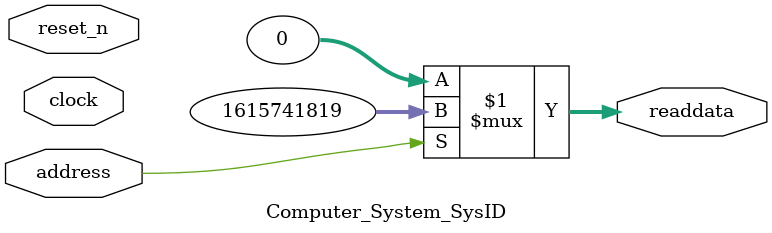
<source format=v>



// synthesis translate_off
`timescale 1ns / 1ps
// synthesis translate_on

// turn off superfluous verilog processor warnings 
// altera message_level Level1 
// altera message_off 10034 10035 10036 10037 10230 10240 10030 

module Computer_System_SysID (
               // inputs:
                address,
                clock,
                reset_n,

               // outputs:
                readdata
             )
;

  output  [ 31: 0] readdata;
  input            address;
  input            clock;
  input            reset_n;

  wire    [ 31: 0] readdata;
  //control_slave, which is an e_avalon_slave
  assign readdata = address ? 1615741819 : 0;

endmodule



</source>
